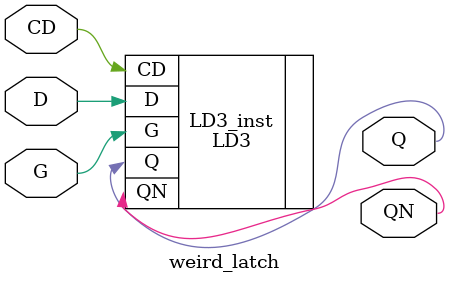
<source format=v>
module weird_latch
(
        input D,
        input G,
        input CD,
        output Q,
        output QN
);
wire D;
wire G;
wire CD;
wire Q;
wire QN;

LD3 LD3_inst (
         .D(D),
         .G(G),
         .CD(CD),
         .Q(Q),
         .QN(QN)
     );

endmodule
</source>
